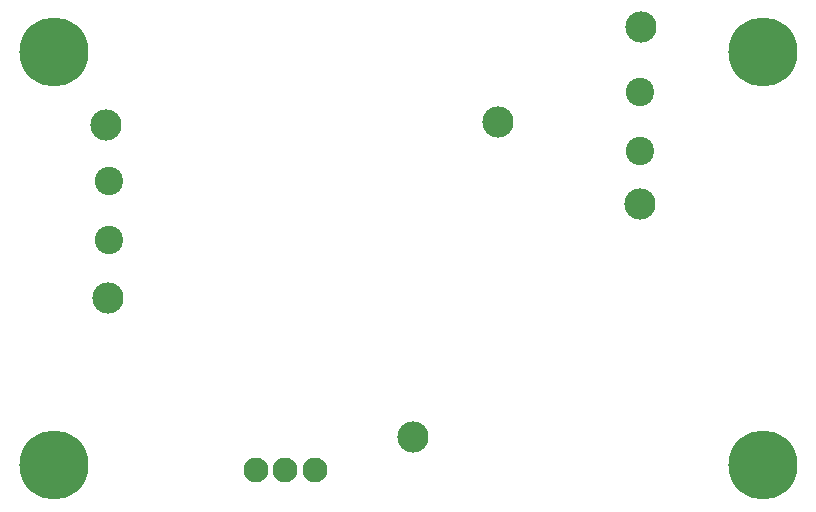
<source format=gbs>
G04*
G04 #@! TF.GenerationSoftware,Altium Limited,Altium Designer,23.5.1 (21)*
G04*
G04 Layer_Color=16711935*
%FSLAX25Y25*%
%MOIN*%
G70*
G04*
G04 #@! TF.SameCoordinates,615E306F-8B44-468D-B2DF-EE0A1C7CF722*
G04*
G04*
G04 #@! TF.FilePolarity,Negative*
G04*
G01*
G75*
%ADD38C,0.10400*%
%ADD39C,0.09455*%
%ADD40C,0.08274*%
%ADD57C,0.23032*%
D38*
X214900Y-70300D02*
D03*
X37600Y-101600D02*
D03*
X36900Y-44200D02*
D03*
X215300Y-11500D02*
D03*
X167600Y-43100D02*
D03*
X139500Y-148000D02*
D03*
D39*
X37887Y-82483D02*
D03*
Y-62798D02*
D03*
X214891Y-52742D02*
D03*
Y-33057D02*
D03*
D40*
X106600Y-159000D02*
D03*
X96758D02*
D03*
X86915D02*
D03*
D57*
X255906Y-19685D02*
D03*
X19685D02*
D03*
Y-157480D02*
D03*
X255906D02*
D03*
M02*

</source>
